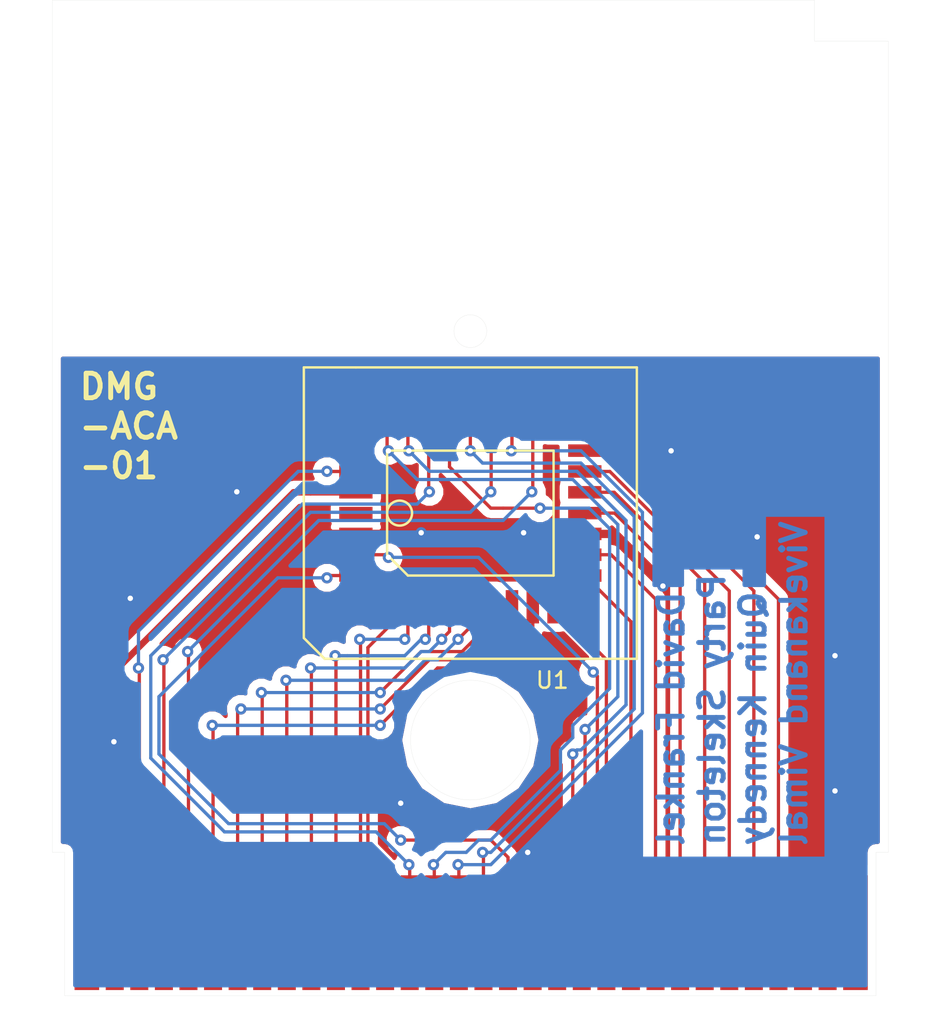
<source format=kicad_pcb>
(kicad_pcb (version 4) (host pcbnew 4.0.4+e1-6308~48~ubuntu16.04.1-stable)

  (general
    (links 30)
    (no_connects 0)
    (area 150.994999 100.994999 202.005001 161.755001)
    (thickness 0.8)
    (drawings 21)
    (tracks 275)
    (zones 0)
    (modules 2)
    (nets 35)
  )

  (page USLetter)
  (title_block
    (title "Basic Gameboy Flash Cartridge")
  )

  (layers
    (0 F.Cu signal)
    (31 B.Cu signal)
    (36 B.SilkS user)
    (37 F.SilkS user)
    (38 B.Mask user)
    (39 F.Mask user)
    (44 Edge.Cuts user)
  )

  (setup
    (last_trace_width 0.2)
    (user_trace_width 0.2)
    (user_trace_width 0.4)
    (trace_clearance 0.2)
    (zone_clearance 0.508)
    (zone_45_only no)
    (trace_min 0.1524)
    (segment_width 0.2)
    (edge_width 0.01)
    (via_size 0.6858)
    (via_drill 0.3302)
    (via_min_size 0.6858)
    (via_min_drill 0.3302)
    (uvia_size 0.762)
    (uvia_drill 0.508)
    (uvias_allowed no)
    (uvia_min_size 0)
    (uvia_min_drill 0)
    (pcb_text_width 0.3)
    (pcb_text_size 1.5 1.5)
    (mod_edge_width 0.15)
    (mod_text_size 1 1)
    (mod_text_width 0.15)
    (pad_size 1.524 1.524)
    (pad_drill 0.762)
    (pad_to_mask_clearance 0.2)
    (aux_axis_origin 0 0)
    (visible_elements FFFFFF7F)
    (pcbplotparams
      (layerselection 0x00030_80000001)
      (usegerberextensions false)
      (excludeedgelayer true)
      (linewidth 0.100000)
      (plotframeref false)
      (viasonmask false)
      (mode 1)
      (useauxorigin false)
      (hpglpennumber 1)
      (hpglpenspeed 20)
      (hpglpendiameter 15)
      (hpglpenoverlay 2)
      (psnegative false)
      (psa4output false)
      (plotreference true)
      (plotvalue true)
      (plotinvisibletext false)
      (padsonsilk false)
      (subtractmaskfromsilk false)
      (outputformat 1)
      (mirror false)
      (drillshape 1)
      (scaleselection 1)
      (outputdirectory ""))
  )

  (net 0 "")
  (net 1 "Net-(U1-Pad1)")
  (net 2 GND)
  (net 3 "Net-(P1-Pad21)")
  (net 4 "Net-(P1-Pad18)")
  (net 5 "Net-(P1-Pad13)")
  (net 6 "Net-(P1-Pad12)")
  (net 7 "Net-(P1-Pad11)")
  (net 8 "Net-(P1-Pad10)")
  (net 9 "Net-(P1-Pad9)")
  (net 10 "Net-(P1-Pad8)")
  (net 11 "Net-(P1-Pad7)")
  (net 12 "Net-(P1-Pad6)")
  (net 13 "Net-(P1-Pad22)")
  (net 14 "Net-(P1-Pad23)")
  (net 15 "Net-(P1-Pad24)")
  (net 16 "Net-(P1-Pad25)")
  (net 17 "Net-(P1-Pad26)")
  (net 18 "Net-(P1-Pad27)")
  (net 19 "Net-(P1-Pad28)")
  (net 20 "Net-(P1-Pad29)")
  (net 21 "Net-(P1-Pad5)")
  (net 22 "Net-(P1-Pad16)")
  (net 23 "Net-(P1-Pad4)")
  (net 24 "Net-(P1-Pad17)")
  (net 25 "Net-(P1-Pad15)")
  (net 26 "Net-(P1-Pad14)")
  (net 27 "Net-(P1-Pad19)")
  (net 28 "Net-(P1-Pad20)")
  (net 29 "Net-(U1-Pad30)")
  (net 30 "Net-(P1-Pad3)")
  (net 31 VCC)
  (net 32 "Net-(P1-Pad2)")
  (net 33 "Net-(P1-Pad30)")
  (net 34 "Net-(P1-Pad31)")

  (net_class Default "This is the default net class."
    (clearance 0.2)
    (trace_width 0.2)
    (via_dia 0.6858)
    (via_drill 0.3302)
    (uvia_dia 0.762)
    (uvia_drill 0.508)
    (add_net GND)
    (add_net "Net-(P1-Pad10)")
    (add_net "Net-(P1-Pad11)")
    (add_net "Net-(P1-Pad12)")
    (add_net "Net-(P1-Pad13)")
    (add_net "Net-(P1-Pad14)")
    (add_net "Net-(P1-Pad15)")
    (add_net "Net-(P1-Pad16)")
    (add_net "Net-(P1-Pad17)")
    (add_net "Net-(P1-Pad18)")
    (add_net "Net-(P1-Pad19)")
    (add_net "Net-(P1-Pad2)")
    (add_net "Net-(P1-Pad20)")
    (add_net "Net-(P1-Pad21)")
    (add_net "Net-(P1-Pad22)")
    (add_net "Net-(P1-Pad23)")
    (add_net "Net-(P1-Pad24)")
    (add_net "Net-(P1-Pad25)")
    (add_net "Net-(P1-Pad26)")
    (add_net "Net-(P1-Pad27)")
    (add_net "Net-(P1-Pad28)")
    (add_net "Net-(P1-Pad29)")
    (add_net "Net-(P1-Pad3)")
    (add_net "Net-(P1-Pad30)")
    (add_net "Net-(P1-Pad31)")
    (add_net "Net-(P1-Pad4)")
    (add_net "Net-(P1-Pad5)")
    (add_net "Net-(P1-Pad6)")
    (add_net "Net-(P1-Pad7)")
    (add_net "Net-(P1-Pad8)")
    (add_net "Net-(P1-Pad9)")
    (add_net "Net-(U1-Pad1)")
    (add_net "Net-(U1-Pad30)")
    (add_net VCC)
  )

  (module SMD_Packages:PLCC-32 (layer F.Cu) (tedit 583CF8D4) (tstamp 583CC09B)
    (at 176.5 132.3 90)
    (descr "Support CMS Plcc 32 pins")
    (tags "CMS Plcc")
    (path /583CAA1B)
    (attr smd)
    (fp_text reference U1 (at -10.2 5 180) (layer F.SilkS)
      (effects (font (size 1 1) (thickness 0.15)))
    )
    (fp_text value SST39SF010 (at 10.3 -5.75 180) (layer F.Fab)
      (effects (font (size 1 1) (thickness 0.15)))
    )
    (fp_circle (center 0 -4.318) (end 0 -5.08) (layer F.SilkS) (width 0.15))
    (fp_line (start 3.81 -5.08) (end -2.54 -5.08) (layer F.SilkS) (width 0.15))
    (fp_line (start -2.54 -5.08) (end -3.81 -3.81) (layer F.SilkS) (width 0.15))
    (fp_line (start -3.81 -3.81) (end -3.81 5.08) (layer F.SilkS) (width 0.15))
    (fp_line (start -3.81 5.08) (end 3.81 5.08) (layer F.SilkS) (width 0.15))
    (fp_line (start 3.81 5.08) (end 3.81 -5.08) (layer F.SilkS) (width 0.15))
    (fp_line (start 8.89 -6.985) (end 8.89 10.16) (layer F.SilkS) (width 0.15))
    (fp_line (start 8.89 10.16) (end -8.89 10.16) (layer F.SilkS) (width 0.15))
    (fp_line (start -8.89 10.16) (end -8.89 -8.89) (layer F.SilkS) (width 0.15))
    (fp_line (start -8.89 -8.89) (end -7.62 -10.16) (layer F.SilkS) (width 0.15))
    (fp_line (start -7.62 -10.16) (end 8.89 -10.16) (layer F.SilkS) (width 0.15))
    (fp_line (start 8.89 -10.16) (end 8.89 -6.985) (layer F.SilkS) (width 0.15))
    (pad 1 smd rect (at 0 -6.985 90) (size 0.762 2.032) (layers F.Cu F.Mask)
      (net 1 "Net-(U1-Pad1)"))
    (pad 2 smd rect (at -1.27 -6.985 90) (size 0.762 2.032) (layers F.Cu F.Mask)
      (net 2 GND))
    (pad 3 smd rect (at -2.54 -6.985 90) (size 0.762 2.032) (layers F.Cu F.Mask)
      (net 3 "Net-(P1-Pad21)"))
    (pad 4 smd rect (at -3.81 -6.985 90) (size 0.762 2.032) (layers F.Cu F.Mask)
      (net 4 "Net-(P1-Pad18)"))
    (pad 5 smd rect (at -5.715 -5.08 90) (size 2.032 0.762) (layers F.Cu F.Mask)
      (net 5 "Net-(P1-Pad13)"))
    (pad 6 smd rect (at -5.715 -3.81 90) (size 2.032 0.762) (layers F.Cu F.Mask)
      (net 6 "Net-(P1-Pad12)"))
    (pad 7 smd rect (at -5.715 -2.54 90) (size 2.032 0.762) (layers F.Cu F.Mask)
      (net 7 "Net-(P1-Pad11)"))
    (pad 8 smd rect (at -5.715 -1.27 90) (size 2.032 0.762) (layers F.Cu F.Mask)
      (net 8 "Net-(P1-Pad10)"))
    (pad 9 smd rect (at -5.715 0 90) (size 2.032 0.762) (layers F.Cu F.Mask)
      (net 9 "Net-(P1-Pad9)"))
    (pad 10 smd rect (at -5.715 1.27 90) (size 2.032 0.762) (layers F.Cu F.Mask)
      (net 10 "Net-(P1-Pad8)"))
    (pad 11 smd rect (at -5.715 2.54 90) (size 2.032 0.762) (layers F.Cu F.Mask)
      (net 11 "Net-(P1-Pad7)"))
    (pad 12 smd rect (at -5.715 3.81 90) (size 2.032 0.762) (layers F.Cu F.Mask)
      (net 12 "Net-(P1-Pad6)"))
    (pad 13 smd rect (at -5.715 5.08 90) (size 2.032 0.762) (layers F.Cu F.Mask)
      (net 13 "Net-(P1-Pad22)"))
    (pad 14 smd rect (at -3.81 6.985 90) (size 0.762 2.032) (layers F.Cu F.Mask)
      (net 14 "Net-(P1-Pad23)"))
    (pad 15 smd rect (at -2.54 6.985 90) (size 0.762 2.032) (layers F.Cu F.Mask)
      (net 15 "Net-(P1-Pad24)"))
    (pad 16 smd rect (at -1.27 6.985 90) (size 0.762 2.032) (layers F.Cu F.Mask)
      (net 2 GND))
    (pad 17 smd rect (at 0 6.985 90) (size 0.762 2.032) (layers F.Cu F.Mask)
      (net 16 "Net-(P1-Pad25)"))
    (pad 18 smd rect (at 1.27 6.985 90) (size 0.762 2.032) (layers F.Cu F.Mask)
      (net 17 "Net-(P1-Pad26)"))
    (pad 19 smd rect (at 2.54 6.985 90) (size 0.762 2.032) (layers F.Cu F.Mask)
      (net 18 "Net-(P1-Pad27)"))
    (pad 20 smd rect (at 3.81 6.985 90) (size 0.762 2.032) (layers F.Cu F.Mask)
      (net 19 "Net-(P1-Pad28)"))
    (pad 21 smd rect (at 5.715 5.08 90) (size 2.032 0.762) (layers F.Cu F.Mask)
      (net 20 "Net-(P1-Pad29)"))
    (pad 22 smd rect (at 5.715 3.81 90) (size 2.032 0.762) (layers F.Cu F.Mask)
      (net 21 "Net-(P1-Pad5)"))
    (pad 23 smd rect (at 5.715 2.54 90) (size 2.032 0.762) (layers F.Cu F.Mask)
      (net 22 "Net-(P1-Pad16)"))
    (pad 24 smd rect (at 5.715 1.27 90) (size 2.032 0.762) (layers F.Cu F.Mask)
      (net 23 "Net-(P1-Pad4)"))
    (pad 25 smd rect (at 5.715 0 90) (size 2.032 0.762) (layers F.Cu F.Mask)
      (net 24 "Net-(P1-Pad17)"))
    (pad 26 smd rect (at 5.715 -1.27 90) (size 2.032 0.762) (layers F.Cu F.Mask)
      (net 25 "Net-(P1-Pad15)"))
    (pad 27 smd rect (at 5.715 -2.54 90) (size 2.032 0.762) (layers F.Cu F.Mask)
      (net 26 "Net-(P1-Pad14)"))
    (pad 28 smd rect (at 5.715 -3.81 90) (size 2.032 0.762) (layers F.Cu F.Mask)
      (net 27 "Net-(P1-Pad19)"))
    (pad 29 smd rect (at 5.715 -5.08 90) (size 2.032 0.762) (layers F.Cu F.Mask)
      (net 28 "Net-(P1-Pad20)"))
    (pad 30 smd rect (at 3.81 -6.985 90) (size 0.762 2.032) (layers F.Cu F.Mask)
      (net 29 "Net-(U1-Pad30)"))
    (pad 31 smd rect (at 2.54 -6.985 90) (size 0.762 2.032) (layers F.Cu F.Mask)
      (net 30 "Net-(P1-Pad3)"))
    (pad 32 smd rect (at 1.27 -6.985 90) (size 0.762 2.032) (layers F.Cu F.Mask)
      (net 31 VCC))
  )

  (module edge_connectors:GamePak_32 (layer F.Cu) (tedit 583DE7F5) (tstamp 583CD179)
    (at 176.55 157.9)
    (path /583CAB62)
    (fp_text reference P1 (at 0 -4.65) (layer F.SilkS) hide
      (effects (font (size 1.2 1.2) (thickness 0.15)))
    )
    (fp_text value CONN_01X32 (at 0 6) (layer F.Fab) hide
      (effects (font (size 1.2 1.2) (thickness 0.15)))
    )
    (fp_line (start -25 0.5) (end 25 0.5) (layer F.Mask) (width 7.5))
    (pad 1 connect rect (at -23.45 0) (size 1.5 7) (layers F.Cu)
      (net 31 VCC))
    (pad 2 connect rect (at -21.75 0) (size 1.1 7) (layers F.Cu)
      (net 32 "Net-(P1-Pad2)"))
    (pad 3 connect rect (at -20.25 0) (size 1.1 7) (layers F.Cu)
      (net 30 "Net-(P1-Pad3)"))
    (pad 4 connect rect (at -18.75 0) (size 1.1 7) (layers F.Cu)
      (net 23 "Net-(P1-Pad4)"))
    (pad 5 connect rect (at -17.25 0) (size 1.1 7) (layers F.Cu)
      (net 21 "Net-(P1-Pad5)"))
    (pad 6 connect rect (at -15.75 0) (size 1.1 7) (layers F.Cu)
      (net 12 "Net-(P1-Pad6)"))
    (pad 7 connect rect (at -14.25 0) (size 1.1 7) (layers F.Cu)
      (net 11 "Net-(P1-Pad7)"))
    (pad 8 connect rect (at -12.75 0) (size 1.1 7) (layers F.Cu)
      (net 10 "Net-(P1-Pad8)"))
    (pad 9 connect rect (at -11.25 0) (size 1.1 7) (layers F.Cu)
      (net 9 "Net-(P1-Pad9)"))
    (pad 10 connect rect (at -9.75 0) (size 1.1 7) (layers F.Cu)
      (net 8 "Net-(P1-Pad10)"))
    (pad 11 connect rect (at -8.25 0) (size 1.1 7) (layers F.Cu)
      (net 7 "Net-(P1-Pad11)"))
    (pad 12 connect rect (at -6.75 0) (size 1.1 7) (layers F.Cu)
      (net 6 "Net-(P1-Pad12)"))
    (pad 13 connect rect (at -5.25 0) (size 1.1 7) (layers F.Cu)
      (net 5 "Net-(P1-Pad13)"))
    (pad 14 connect rect (at -3.75 0) (size 1.1 7) (layers F.Cu)
      (net 26 "Net-(P1-Pad14)"))
    (pad 15 connect rect (at -2.25 0) (size 1.1 7) (layers F.Cu)
      (net 25 "Net-(P1-Pad15)"))
    (pad 16 connect rect (at -0.75 0) (size 1.1 7) (layers F.Cu)
      (net 22 "Net-(P1-Pad16)"))
    (pad 17 connect rect (at 0.75 0) (size 1.1 7) (layers F.Cu)
      (net 24 "Net-(P1-Pad17)"))
    (pad 18 connect rect (at 2.25 0) (size 1.1 7) (layers F.Cu)
      (net 4 "Net-(P1-Pad18)"))
    (pad 19 connect rect (at 3.75 0) (size 1.1 7) (layers F.Cu)
      (net 27 "Net-(P1-Pad19)"))
    (pad 20 connect rect (at 5.25 0) (size 1.1 7) (layers F.Cu)
      (net 28 "Net-(P1-Pad20)"))
    (pad 21 connect rect (at 6.75 0) (size 1.1 7) (layers F.Cu)
      (net 3 "Net-(P1-Pad21)"))
    (pad 22 connect rect (at 8.25 0) (size 1.1 7) (layers F.Cu)
      (net 13 "Net-(P1-Pad22)"))
    (pad 23 connect rect (at 9.75 0) (size 1.1 7) (layers F.Cu)
      (net 14 "Net-(P1-Pad23)"))
    (pad 24 connect rect (at 11.25 0) (size 1.1 7) (layers F.Cu)
      (net 15 "Net-(P1-Pad24)"))
    (pad 25 connect rect (at 12.75 0) (size 1.1 7) (layers F.Cu)
      (net 16 "Net-(P1-Pad25)"))
    (pad 26 connect rect (at 14.25 0) (size 1.1 7) (layers F.Cu)
      (net 17 "Net-(P1-Pad26)"))
    (pad 27 connect rect (at 15.75 0) (size 1.1 7) (layers F.Cu)
      (net 18 "Net-(P1-Pad27)"))
    (pad 28 connect rect (at 17.25 0) (size 1.1 7) (layers F.Cu)
      (net 19 "Net-(P1-Pad28)"))
    (pad 29 connect rect (at 18.75 0) (size 1.1 7) (layers F.Cu)
      (net 20 "Net-(P1-Pad29)"))
    (pad 30 connect rect (at 20.25 0) (size 1.1 7) (layers F.Cu)
      (net 33 "Net-(P1-Pad30)"))
    (pad 31 connect rect (at 21.75 0) (size 1.1 7) (layers F.Cu)
      (net 34 "Net-(P1-Pad31)"))
    (pad 32 connect rect (at 23.45 0) (size 1.5 7) (layers F.Cu)
      (net 2 GND))
  )

  (gr_text "David Frankel" (at 188.75 152.75 90) (layer B.Mask)
    (effects (font (size 1.5 1.5) (thickness 0.3)) (justify right mirror))
  )
  (gr_text "Party Skeleton" (at 191.25 152.75 90) (layer B.Mask)
    (effects (font (size 1.5 1.5) (thickness 0.3)) (justify right mirror))
  )
  (gr_text "Quin Kennedy" (at 193.75 152.75 90) (layer B.Mask)
    (effects (font (size 1.5 1.5) (thickness 0.3)) (justify right mirror))
  )
  (gr_text "Vivekanand Vimal" (at 196.25 152.75 90) (layer B.Mask)
    (effects (font (size 1.5 1.5) (thickness 0.3)) (justify right mirror))
  )
  (gr_text "David Frankel" (at 188.75 152.75 90) (layer B.Cu)
    (effects (font (size 1.5 1.5) (thickness 0.3)) (justify right mirror))
  )
  (gr_text "Party Skeleton" (at 191.25 152.75 90) (layer B.Cu)
    (effects (font (size 1.5 1.5) (thickness 0.3)) (justify right mirror))
  )
  (gr_text "Quin Kennedy" (at 193.75 152.75 90) (layer B.Cu)
    (effects (font (size 1.5 1.5) (thickness 0.3)) (justify right mirror))
  )
  (gr_text "Vivekanand Vimal" (at 196.25 152.75 90) (layer B.Cu)
    (effects (font (size 1.5 1.5) (thickness 0.3)) (justify right mirror))
  )
  (gr_text "DMG\n-ACA\n-01" (at 152.5 127) (layer F.SilkS)
    (effects (font (size 1.5 1.5) (thickness 0.3)) (justify left))
  )
  (gr_circle (center 176.5 146.15) (end 180.15 146.15) (layer Edge.Cuts) (width 0.01))
  (gr_circle (center 176.5 121.2) (end 177.5 121.2) (layer Edge.Cuts) (width 0.01))
  (gr_line (start 151 153) (end 151 101) (angle 90) (layer Edge.Cuts) (width 0.01))
  (gr_line (start 151.75 153) (end 151 153) (angle 90) (layer Edge.Cuts) (width 0.01))
  (gr_line (start 151.75 161.75) (end 151.75 153) (angle 90) (layer Edge.Cuts) (width 0.01))
  (gr_line (start 201.25 161.75) (end 151.75 161.75) (angle 90) (layer Edge.Cuts) (width 0.01))
  (gr_line (start 201.25 153) (end 201.25 161.75) (angle 90) (layer Edge.Cuts) (width 0.01))
  (gr_line (start 202 153) (end 201.25 153) (angle 90) (layer Edge.Cuts) (width 0.01))
  (gr_line (start 202 103.5) (end 202 153) (angle 90) (layer Edge.Cuts) (width 0.01))
  (gr_line (start 197.5 103.5) (end 202 103.5) (angle 90) (layer Edge.Cuts) (width 0.01))
  (gr_line (start 197.5 101) (end 197.5 103.5) (angle 90) (layer Edge.Cuts) (width 0.01))
  (gr_line (start 151 101) (end 197.5 101) (angle 90) (layer Edge.Cuts) (width 0.01))

  (segment (start 198.75 151.75) (end 198.75 155) (width 0.2) (layer B.Cu) (net 2))
  (via (at 180 153) (size 0.6858) (drill 0.3302) (layers F.Cu B.Cu) (net 2))
  (segment (start 180 153) (end 178.25 151.25) (width 0.2) (layer F.Cu) (net 2) (tstamp 583CF0CA))
  (segment (start 178.25 151.25) (end 173.5 151.25) (width 0.2) (layer F.Cu) (net 2) (tstamp 583CF0CB))
  (segment (start 172.25 150) (end 173.5 151.25) (width 0.2) (layer F.Cu) (net 2) (tstamp 583CF0D4))
  (via (at 172.25 150) (size 0.6858) (drill 0.3302) (layers F.Cu B.Cu) (net 2))
  (segment (start 198.75 151.75) (end 198.75 149.25) (width 0.2) (layer B.Cu) (net 2))
  (segment (start 182.25 155.25) (end 180 153) (width 0.2) (layer B.Cu) (net 2) (tstamp 583DA539))
  (segment (start 198.5 155.25) (end 182.25 155.25) (width 0.2) (layer B.Cu) (net 2) (tstamp 583DA532))
  (segment (start 198.75 155) (end 198.5 155.25) (width 0.2) (layer B.Cu) (net 2) (tstamp 583DA528))
  (segment (start 179.75 133.5) (end 173.5 133.5) (width 0.2) (layer B.Cu) (net 2))
  (segment (start 173.43 133.57) (end 169.515 133.57) (width 0.2) (layer F.Cu) (net 2) (tstamp 583CF213))
  (segment (start 173.5 133.5) (end 173.43 133.57) (width 0.2) (layer F.Cu) (net 2) (tstamp 583CF212))
  (via (at 173.5 133.5) (size 0.6858) (drill 0.3302) (layers F.Cu B.Cu) (net 2))
  (segment (start 183.485 133.57) (end 179.82 133.57) (width 0.2) (layer F.Cu) (net 2))
  (via (at 179.75 133.5) (size 0.6858) (drill 0.3302) (layers F.Cu B.Cu) (net 2))
  (segment (start 179.82 133.57) (end 179.75 133.5) (width 0.2) (layer F.Cu) (net 2) (tstamp 583CF1E8))
  (segment (start 194 133.75) (end 191.25 133.75) (width 0.2) (layer B.Cu) (net 2))
  (via (at 188.25 136.75) (size 0.6858) (drill 0.3302) (layers F.Cu B.Cu) (net 2))
  (segment (start 191.25 133.75) (end 188.25 136.75) (width 0.2) (layer B.Cu) (net 2) (tstamp 583CF15C))
  (segment (start 155.75 137.5) (end 155.75 137.75) (width 0.2) (layer B.Cu) (net 2))
  (segment (start 200 150.5) (end 198.75 149.25) (width 0.2) (layer F.Cu) (net 2) (tstamp 583CF033))
  (via (at 198.75 149.25) (size 0.6858) (drill 0.3302) (layers F.Cu B.Cu) (net 2))
  (segment (start 198.75 149.25) (end 198.75 141) (width 0.2) (layer B.Cu) (net 2) (tstamp 583CF039))
  (via (at 198.75 141) (size 0.6858) (drill 0.3302) (layers F.Cu B.Cu) (net 2))
  (segment (start 198.75 141) (end 198.75 139) (width 0.2) (layer F.Cu) (net 2) (tstamp 583CF03C))
  (segment (start 198.75 139) (end 194 134.25) (width 0.2) (layer F.Cu) (net 2) (tstamp 583CF03D))
  (segment (start 194 134.25) (end 194 133.75) (width 0.2) (layer F.Cu) (net 2) (tstamp 583CF068))
  (via (at 194 133.75) (size 0.6858) (drill 0.3302) (layers F.Cu B.Cu) (net 2))
  (segment (start 194 133.75) (end 188.75 128.5) (width 0.2) (layer B.Cu) (net 2) (tstamp 583CF06F))
  (via (at 188.75 128.5) (size 0.6858) (drill 0.3302) (layers F.Cu B.Cu) (net 2))
  (segment (start 188.75 128.5) (end 184.75 124.5) (width 0.2) (layer F.Cu) (net 2) (tstamp 583CF075))
  (segment (start 184.75 124.5) (end 168.75 124.5) (width 0.2) (layer F.Cu) (net 2) (tstamp 583CF076))
  (segment (start 168.75 124.5) (end 162.25 131) (width 0.2) (layer F.Cu) (net 2) (tstamp 583CF07E))
  (via (at 162.25 131) (size 0.6858) (drill 0.3302) (layers F.Cu B.Cu) (net 2))
  (segment (start 162.25 131) (end 155.75 137.5) (width 0.2) (layer B.Cu) (net 2) (tstamp 583CF083))
  (via (at 155.75 137.5) (size 0.6858) (drill 0.3302) (layers F.Cu B.Cu) (net 2))
  (segment (start 200 157.9) (end 200 150.5) (width 0.2) (layer F.Cu) (net 2))
  (via (at 154.75 146.25) (size 0.6858) (drill 0.3302) (layers F.Cu B.Cu) (net 2))
  (segment (start 154.75 138.75) (end 154.75 146.25) (width 0.2) (layer B.Cu) (net 2) (tstamp 583CF09B))
  (segment (start 155.75 137.75) (end 154.75 138.75) (width 0.2) (layer B.Cu) (net 2) (tstamp 583CF097))
  (segment (start 183.3 157.9) (end 183.3 153.7) (width 0.2) (layer F.Cu) (net 3))
  (segment (start 171.34 134.84) (end 169.515 134.84) (width 0.2) (layer F.Cu) (net 3) (tstamp 583CF5FF))
  (segment (start 171.5 135) (end 171.34 134.84) (width 0.2) (layer F.Cu) (net 3) (tstamp 583CF5FE))
  (via (at 171.5 135) (size 0.6858) (drill 0.3302) (layers F.Cu B.Cu) (net 3))
  (segment (start 177 135) (end 171.5 135) (width 0.2) (layer B.Cu) (net 3) (tstamp 583CF5F0))
  (segment (start 184 142) (end 177 135) (width 0.2) (layer B.Cu) (net 3) (tstamp 583CF5EF))
  (via (at 184 142) (size 0.6858) (drill 0.3302) (layers F.Cu B.Cu) (net 3))
  (segment (start 184.25 142.25) (end 184 142) (width 0.2) (layer F.Cu) (net 3) (tstamp 583CF5EB))
  (segment (start 184.25 152.75) (end 184.25 142.25) (width 0.2) (layer F.Cu) (net 3) (tstamp 583CF5E3))
  (segment (start 183.3 153.7) (end 184.25 152.75) (width 0.2) (layer F.Cu) (net 3) (tstamp 583CF5CB))
  (segment (start 157.5 146.5) (end 157.5 143.5) (width 0.2) (layer B.Cu) (net 4))
  (segment (start 178.8 153.3) (end 177.75 152.25) (width 0.2) (layer F.Cu) (net 4) (tstamp 583CE791))
  (segment (start 177.75 152.25) (end 172.25 152.25) (width 0.2) (layer F.Cu) (net 4) (tstamp 583CE797))
  (via (at 172.25 152.25) (size 0.6858) (drill 0.3302) (layers F.Cu B.Cu) (net 4))
  (segment (start 172.25 152.25) (end 171.25 151.25) (width 0.2) (layer B.Cu) (net 4) (tstamp 583CE79F))
  (segment (start 171.25 151.25) (end 161.75 151.25) (width 0.2) (layer B.Cu) (net 4) (tstamp 583CE7A0))
  (segment (start 161.75 151.25) (end 157.5 147) (width 0.2) (layer B.Cu) (net 4) (tstamp 583CE7B0))
  (segment (start 157.5 147) (end 157.5 146.5) (width 0.2) (layer B.Cu) (net 4) (tstamp 583CE7B2))
  (via (at 167.75 136.25) (size 0.6858) (drill 0.3302) (layers F.Cu B.Cu) (net 4))
  (segment (start 167.75 136.25) (end 167.89 136.11) (width 0.2) (layer F.Cu) (net 4) (tstamp 583CE7C7))
  (segment (start 169.515 136.11) (end 167.89 136.11) (width 0.2) (layer F.Cu) (net 4) (tstamp 583CE7C8))
  (segment (start 178.8 153.3) (end 178.8 157.9) (width 0.2) (layer F.Cu) (net 4))
  (segment (start 164.75 136.25) (end 167.75 136.25) (width 0.2) (layer B.Cu) (net 4) (tstamp 583CF823))
  (segment (start 157.5 143.5) (end 164.75 136.25) (width 0.2) (layer B.Cu) (net 4) (tstamp 583CF80D))
  (segment (start 171.3 157.9) (end 171.3 153.8) (width 0.2) (layer F.Cu) (net 5))
  (segment (start 171.42 139.33) (end 171.42 138.015) (width 0.2) (layer F.Cu) (net 5) (tstamp 583CDD4F))
  (segment (start 170.25 140.5) (end 171.42 139.33) (width 0.2) (layer F.Cu) (net 5) (tstamp 583CDD4C))
  (segment (start 170.25 152.75) (end 170.25 140.5) (width 0.2) (layer F.Cu) (net 5) (tstamp 583CDD44))
  (segment (start 171.3 153.8) (end 170.25 152.75) (width 0.2) (layer F.Cu) (net 5) (tstamp 583CDD3C))
  (segment (start 171.3 138.135) (end 171.42 138.015) (width 0.2) (layer F.Cu) (net 5) (tstamp 583CD98F))
  (segment (start 169.8 157.9) (end 169.8 140.05) (width 0.2) (layer F.Cu) (net 6))
  (segment (start 172.69 139.81) (end 172.69 138.015) (width 0.2) (layer F.Cu) (net 6) (tstamp 583CD9E0))
  (segment (start 172.5 140) (end 172.69 139.81) (width 0.2) (layer F.Cu) (net 6) (tstamp 583CD9DF))
  (via (at 172.5 140) (size 0.6858) (drill 0.3302) (layers F.Cu B.Cu) (net 6))
  (segment (start 169.75 140) (end 172.5 140) (width 0.2) (layer B.Cu) (net 6) (tstamp 583CD9D2))
  (via (at 169.75 140) (size 0.6858) (drill 0.3302) (layers F.Cu B.Cu) (net 6))
  (segment (start 169.8 140.05) (end 169.75 140) (width 0.2) (layer F.Cu) (net 6) (tstamp 583CD9C5))
  (segment (start 168.3 157.9) (end 168.3 141.05) (width 0.2) (layer F.Cu) (net 7))
  (segment (start 173.96 139.79) (end 173.96 138.015) (width 0.2) (layer F.Cu) (net 7) (tstamp 583CDA1E))
  (segment (start 173.75 140) (end 173.96 139.79) (width 0.2) (layer F.Cu) (net 7) (tstamp 583CDA1D))
  (via (at 173.75 140) (size 0.6858) (drill 0.3302) (layers F.Cu B.Cu) (net 7))
  (segment (start 173.5 140) (end 173.75 140) (width 0.2) (layer B.Cu) (net 7) (tstamp 583CDA13))
  (segment (start 172.5 141) (end 173.5 140) (width 0.2) (layer B.Cu) (net 7) (tstamp 583CDA08))
  (segment (start 169 141) (end 172.5 141) (width 0.2) (layer B.Cu) (net 7) (tstamp 583CDA05))
  (segment (start 168.25 141) (end 169 141) (width 0.2) (layer B.Cu) (net 7) (tstamp 583CDA04))
  (via (at 168.25 141) (size 0.6858) (drill 0.3302) (layers F.Cu B.Cu) (net 7))
  (segment (start 168.3 141.05) (end 168.25 141) (width 0.2) (layer F.Cu) (net 7) (tstamp 583CD9FC))
  (segment (start 166.8 157.9) (end 166.8 141.8) (width 0.2) (layer F.Cu) (net 8))
  (segment (start 175.23 139.52) (end 175.23 138.015) (width 0.2) (layer F.Cu) (net 8) (tstamp 583CDA41))
  (segment (start 174.75 140) (end 175.23 139.52) (width 0.2) (layer F.Cu) (net 8) (tstamp 583CDA40))
  (via (at 174.75 140) (size 0.6858) (drill 0.3302) (layers F.Cu B.Cu) (net 8))
  (segment (start 174 140.75) (end 174.75 140) (width 0.2) (layer B.Cu) (net 8) (tstamp 583CDA37))
  (segment (start 173.5 140.75) (end 174 140.75) (width 0.2) (layer B.Cu) (net 8) (tstamp 583CDA31))
  (segment (start 172.5 141.75) (end 173.5 140.75) (width 0.2) (layer B.Cu) (net 8) (tstamp 583CDA2E))
  (segment (start 172.25 141.75) (end 172.5 141.75) (width 0.2) (layer B.Cu) (net 8) (tstamp 583CDA2B))
  (segment (start 166.75 141.75) (end 172.25 141.75) (width 0.2) (layer B.Cu) (net 8) (tstamp 583CDA2A))
  (via (at 166.75 141.75) (size 0.6858) (drill 0.3302) (layers F.Cu B.Cu) (net 8))
  (segment (start 166.8 141.8) (end 166.75 141.75) (width 0.2) (layer F.Cu) (net 8) (tstamp 583CDA23))
  (segment (start 165.3 157.9) (end 165.3 142.55) (width 0.2) (layer F.Cu) (net 9))
  (segment (start 176.5 139.25) (end 176.5 138.015) (width 0.2) (layer F.Cu) (net 9) (tstamp 583CDA7F))
  (segment (start 175.75 140) (end 176.5 139.25) (width 0.2) (layer F.Cu) (net 9) (tstamp 583CDA7E))
  (via (at 175.75 140) (size 0.6858) (drill 0.3302) (layers F.Cu B.Cu) (net 9))
  (segment (start 174.5 141.25) (end 175.75 140) (width 0.2) (layer B.Cu) (net 9) (tstamp 583CDA5F))
  (segment (start 173.75 141.25) (end 174.5 141.25) (width 0.2) (layer B.Cu) (net 9) (tstamp 583CDA55))
  (segment (start 172.5 142.5) (end 173.75 141.25) (width 0.2) (layer B.Cu) (net 9) (tstamp 583CDA52))
  (segment (start 165.25 142.5) (end 172.5 142.5) (width 0.2) (layer B.Cu) (net 9) (tstamp 583CDA51))
  (via (at 165.25 142.5) (size 0.6858) (drill 0.3302) (layers F.Cu B.Cu) (net 9))
  (segment (start 165.3 142.55) (end 165.25 142.5) (width 0.2) (layer F.Cu) (net 9) (tstamp 583CDA48))
  (segment (start 177.77 138.015) (end 177.77 138.98) (width 0.2) (layer F.Cu) (net 10))
  (segment (start 177.77 138.98) (end 176 140.75) (width 0.2) (layer F.Cu) (net 10) (tstamp 583CDFA5))
  (segment (start 176 140.75) (end 173.5 140.75) (width 0.2) (layer F.Cu) (net 10) (tstamp 583CDFAA))
  (segment (start 173.5 140.75) (end 171 143.25) (width 0.2) (layer F.Cu) (net 10) (tstamp 583CDFAF))
  (via (at 171 143.25) (size 0.6858) (drill 0.3302) (layers F.Cu B.Cu) (net 10))
  (segment (start 163.8 157.9) (end 163.8 143.3) (width 0.2) (layer F.Cu) (net 10))
  (segment (start 163.8 143.3) (end 163.75 143.25) (width 0.2) (layer F.Cu) (net 10) (tstamp 583CDA8E))
  (via (at 163.75 143.25) (size 0.6858) (drill 0.3302) (layers F.Cu B.Cu) (net 10))
  (segment (start 163.75 143.25) (end 171 143.25) (width 0.2) (layer B.Cu) (net 10) (tstamp 583CDA97))
  (segment (start 162.3 157.9) (end 162.3 144.45) (width 0.2) (layer F.Cu) (net 11))
  (segment (start 179 139.25) (end 179 138.055) (width 0.2) (layer F.Cu) (net 11) (tstamp 583CDB11))
  (segment (start 178.25 140) (end 179 139.25) (width 0.2) (layer F.Cu) (net 11) (tstamp 583CDB10))
  (segment (start 177 141.25) (end 178.25 140) (width 0.2) (layer F.Cu) (net 11) (tstamp 583CDB06))
  (segment (start 174 141.25) (end 177 141.25) (width 0.2) (layer F.Cu) (net 11) (tstamp 583CDAFE))
  (segment (start 171 144.25) (end 174 141.25) (width 0.2) (layer F.Cu) (net 11) (tstamp 583CDAFD))
  (via (at 171 144.25) (size 0.6858) (drill 0.3302) (layers F.Cu B.Cu) (net 11))
  (segment (start 162.5 144.25) (end 171 144.25) (width 0.2) (layer B.Cu) (net 11) (tstamp 583CDAE9))
  (via (at 162.5 144.25) (size 0.6858) (drill 0.3302) (layers F.Cu B.Cu) (net 11))
  (segment (start 162.3 144.45) (end 162.5 144.25) (width 0.2) (layer F.Cu) (net 11) (tstamp 583CDAE5))
  (segment (start 179 138.055) (end 179.04 138.015) (width 0.2) (layer F.Cu) (net 11) (tstamp 583CDB17))
  (segment (start 160.8 157.9) (end 160.8 145.3) (width 0.2) (layer F.Cu) (net 12))
  (segment (start 180.31 139.44) (end 180.31 138.015) (width 0.2) (layer F.Cu) (net 12) (tstamp 583CDB45))
  (segment (start 178 141.75) (end 180.31 139.44) (width 0.2) (layer F.Cu) (net 12) (tstamp 583CDB3F))
  (segment (start 174.5 141.75) (end 178 141.75) (width 0.2) (layer F.Cu) (net 12) (tstamp 583CDB35))
  (segment (start 171 145.25) (end 174.5 141.75) (width 0.2) (layer F.Cu) (net 12) (tstamp 583CDB34))
  (via (at 171 145.25) (size 0.6858) (drill 0.3302) (layers F.Cu B.Cu) (net 12))
  (segment (start 160.75 145.25) (end 171 145.25) (width 0.2) (layer B.Cu) (net 12) (tstamp 583CDB2A))
  (via (at 160.75 145.25) (size 0.6858) (drill 0.3302) (layers F.Cu B.Cu) (net 12))
  (segment (start 160.8 145.3) (end 160.75 145.25) (width 0.2) (layer F.Cu) (net 12) (tstamp 583CDB1D))
  (segment (start 184.8 157.9) (end 184.8 141.235) (width 0.2) (layer F.Cu) (net 13))
  (segment (start 184.8 141.235) (end 181.58 138.015) (width 0.2) (layer F.Cu) (net 13) (tstamp 583CD655))
  (segment (start 186.3 157.9) (end 186.3 138.925) (width 0.2) (layer F.Cu) (net 14))
  (segment (start 186.3 138.925) (end 183.485 136.11) (width 0.2) (layer F.Cu) (net 14) (tstamp 583CD67E))
  (segment (start 187.8 157.9) (end 187.8 137.55) (width 0.2) (layer F.Cu) (net 15))
  (segment (start 185.09 134.84) (end 183.485 134.84) (width 0.2) (layer F.Cu) (net 15) (tstamp 583CD68D))
  (segment (start 187.8 137.55) (end 185.09 134.84) (width 0.2) (layer F.Cu) (net 15) (tstamp 583CD685))
  (segment (start 189.3 157.9) (end 189.3 136.3) (width 0.2) (layer F.Cu) (net 16))
  (segment (start 185.3 132.3) (end 183.485 132.3) (width 0.2) (layer F.Cu) (net 16) (tstamp 583CD6A7))
  (segment (start 189.3 136.3) (end 185.3 132.3) (width 0.2) (layer F.Cu) (net 16) (tstamp 583CD693))
  (segment (start 190.8 157.9) (end 190.8 136.55) (width 0.2) (layer F.Cu) (net 17))
  (segment (start 185.28 131.03) (end 183.485 131.03) (width 0.2) (layer F.Cu) (net 17) (tstamp 583CD6B7))
  (segment (start 190.8 136.55) (end 185.28 131.03) (width 0.2) (layer F.Cu) (net 17) (tstamp 583CD6AB))
  (segment (start 192.3 157.9) (end 192.3 137.05) (width 0.2) (layer F.Cu) (net 18))
  (segment (start 185.01 129.76) (end 183.485 129.76) (width 0.2) (layer F.Cu) (net 18) (tstamp 583CD6C0))
  (segment (start 192.3 137.05) (end 185.01 129.76) (width 0.2) (layer F.Cu) (net 18) (tstamp 583CD6BB))
  (segment (start 193.8 157.9) (end 193.8 137.05) (width 0.2) (layer F.Cu) (net 19))
  (segment (start 185.24 128.49) (end 183.485 128.49) (width 0.2) (layer F.Cu) (net 19) (tstamp 583CD6CA))
  (segment (start 193.8 137.05) (end 185.24 128.49) (width 0.2) (layer F.Cu) (net 19) (tstamp 583CD6C4))
  (segment (start 195.3 157.9) (end 195.3 137.55) (width 0.2) (layer F.Cu) (net 20))
  (segment (start 184.335 126.585) (end 181.58 126.585) (width 0.2) (layer F.Cu) (net 20) (tstamp 583CD6E3))
  (segment (start 195.3 137.55) (end 184.335 126.585) (width 0.2) (layer F.Cu) (net 20) (tstamp 583CD6CE))
  (segment (start 159.3 157.9) (end 159.3 140.7) (width 0.2) (layer F.Cu) (net 21))
  (segment (start 180.31 130.94) (end 180.31 126.585) (width 0.2) (layer F.Cu) (net 21) (tstamp 583CE190))
  (segment (start 180.25 131) (end 180.31 130.94) (width 0.2) (layer F.Cu) (net 21) (tstamp 583CE18F))
  (via (at 180.25 131) (size 0.6858) (drill 0.3302) (layers F.Cu B.Cu) (net 21))
  (segment (start 178.5 132.75) (end 180.25 131) (width 0.2) (layer B.Cu) (net 21) (tstamp 583CE184))
  (segment (start 167.25 132.75) (end 178.5 132.75) (width 0.2) (layer B.Cu) (net 21) (tstamp 583CE176))
  (segment (start 159.25 140.75) (end 167.25 132.75) (width 0.2) (layer B.Cu) (net 21) (tstamp 583CE175))
  (via (at 159.25 140.75) (size 0.6858) (drill 0.3302) (layers F.Cu B.Cu) (net 21))
  (segment (start 159.3 140.7) (end 159.25 140.75) (width 0.2) (layer F.Cu) (net 21) (tstamp 583CE12A))
  (segment (start 175.8 157.9) (end 175.8 153.8) (width 0.2) (layer F.Cu) (net 22))
  (segment (start 179.04 128.46) (end 179.04 126.585) (width 0.2) (layer F.Cu) (net 22) (tstamp 583CD932))
  (segment (start 179 128.5) (end 179.04 128.46) (width 0.2) (layer F.Cu) (net 22) (tstamp 583CD931))
  (via (at 179 128.5) (size 0.6858) (drill 0.3302) (layers F.Cu B.Cu) (net 22))
  (segment (start 179 128.5) (end 179 128.5) (width 0.2) (layer B.Cu) (net 22) (tstamp 583CD92A))
  (segment (start 183.25 128.5) (end 179 128.5) (width 0.2) (layer B.Cu) (net 22) (tstamp 583CD925))
  (segment (start 187 132.25) (end 183.25 128.5) (width 0.2) (layer B.Cu) (net 22) (tstamp 583CD920))
  (segment (start 187 144.5) (end 187 132.25) (width 0.2) (layer B.Cu) (net 22) (tstamp 583CD912))
  (segment (start 177.75 153.75) (end 187 144.5) (width 0.2) (layer B.Cu) (net 22) (tstamp 583CD90F))
  (segment (start 175.75 153.75) (end 177.75 153.75) (width 0.2) (layer B.Cu) (net 22) (tstamp 583CD90E))
  (via (at 175.75 153.75) (size 0.6858) (drill 0.3302) (layers F.Cu B.Cu) (net 22))
  (segment (start 175.8 153.8) (end 175.75 153.75) (width 0.2) (layer F.Cu) (net 22) (tstamp 583CD8E1))
  (segment (start 157.8 157.9) (end 157.8 141.2) (width 0.2) (layer F.Cu) (net 23))
  (segment (start 177.77 130.98) (end 177.77 126.585) (width 0.2) (layer F.Cu) (net 23) (tstamp 583CE1B7))
  (segment (start 177.75 131) (end 177.77 130.98) (width 0.2) (layer F.Cu) (net 23) (tstamp 583CE1B6))
  (via (at 177.75 131) (size 0.6858) (drill 0.3302) (layers F.Cu B.Cu) (net 23))
  (segment (start 176.5 132.25) (end 177.75 131) (width 0.2) (layer B.Cu) (net 23) (tstamp 583CE1AF))
  (segment (start 166.75 132.25) (end 176.5 132.25) (width 0.2) (layer B.Cu) (net 23) (tstamp 583CE1A4))
  (segment (start 157.75 141.25) (end 166.75 132.25) (width 0.2) (layer B.Cu) (net 23) (tstamp 583CE1A3))
  (via (at 157.75 141.25) (size 0.6858) (drill 0.3302) (layers F.Cu B.Cu) (net 23))
  (segment (start 157.8 141.2) (end 157.75 141.25) (width 0.2) (layer F.Cu) (net 23) (tstamp 583CE196))
  (segment (start 177.3 157.9) (end 177.3 153.05) (width 0.2) (layer F.Cu) (net 24))
  (segment (start 176.5 128.5) (end 176.5 126.585) (width 0.2) (layer F.Cu) (net 24) (tstamp 583CD8DE))
  (via (at 176.5 128.5) (size 0.6858) (drill 0.3302) (layers F.Cu B.Cu) (net 24))
  (segment (start 177.25 129.25) (end 176.5 128.5) (width 0.2) (layer B.Cu) (net 24) (tstamp 583CD8D2))
  (segment (start 183.25 129.25) (end 177.25 129.25) (width 0.2) (layer B.Cu) (net 24) (tstamp 583CD8CE))
  (segment (start 186.5 132.5) (end 183.25 129.25) (width 0.2) (layer B.Cu) (net 24) (tstamp 583CD8CB))
  (segment (start 186.5 144.25) (end 186.5 132.5) (width 0.2) (layer B.Cu) (net 24) (tstamp 583CD8C6))
  (segment (start 177.75 153) (end 186.5 144.25) (width 0.2) (layer B.Cu) (net 24) (tstamp 583CD8C1))
  (segment (start 177.25 153) (end 177.75 153) (width 0.2) (layer B.Cu) (net 24) (tstamp 583CD8BE))
  (via (at 177.25 153) (size 0.6858) (drill 0.3302) (layers F.Cu B.Cu) (net 24))
  (segment (start 177.3 153.05) (end 177.25 153) (width 0.2) (layer F.Cu) (net 24) (tstamp 583CD8B2))
  (segment (start 182.75 146) (end 182 146.75) (width 0.2) (layer B.Cu) (net 25))
  (segment (start 174.3 153.8) (end 174.25 153.75) (width 0.2) (layer F.Cu) (net 25) (tstamp 583CE559))
  (via (at 174.25 153.75) (size 0.6858) (drill 0.3302) (layers F.Cu B.Cu) (net 25))
  (segment (start 174.25 153.75) (end 175 153) (width 0.2) (layer B.Cu) (net 25) (tstamp 583CE55F))
  (segment (start 175 153) (end 176.25 153) (width 0.2) (layer B.Cu) (net 25) (tstamp 583CE560))
  (segment (start 176.25 153) (end 177 152.25) (width 0.2) (layer B.Cu) (net 25) (tstamp 583CE563))
  (segment (start 177 152.25) (end 177.75 152.25) (width 0.2) (layer B.Cu) (net 25) (tstamp 583CE565))
  (segment (start 177.75 152.25) (end 182 148) (width 0.2) (layer B.Cu) (net 25) (tstamp 583CE569))
  (segment (start 182 148) (end 182 146.75) (width 0.2) (layer B.Cu) (net 25) (tstamp 583CE56D))
  (segment (start 182.75 146) (end 182.75 145.25) (width 0.2) (layer B.Cu) (net 25) (tstamp 583CE572))
  (segment (start 182.75 145.25) (end 185 143) (width 0.2) (layer B.Cu) (net 25) (tstamp 583CE573))
  (segment (start 185 143) (end 185 133.25) (width 0.2) (layer B.Cu) (net 25) (tstamp 583CE576))
  (segment (start 185 133.25) (end 183.75 132) (width 0.2) (layer B.Cu) (net 25) (tstamp 583CE57E))
  (segment (start 183.75 132) (end 180.75 132) (width 0.2) (layer B.Cu) (net 25) (tstamp 583CE584))
  (via (at 180.75 132) (size 0.6858) (drill 0.3302) (layers F.Cu B.Cu) (net 25))
  (segment (start 180.75 132) (end 178.5 132) (width 0.2) (layer F.Cu) (net 25) (tstamp 583CE58A))
  (segment (start 178.5 132) (end 177.75 132) (width 0.2) (layer F.Cu) (net 25) (tstamp 583CE58B))
  (segment (start 177.75 132) (end 175.23 129.48) (width 0.2) (layer F.Cu) (net 25) (tstamp 583CE58C))
  (segment (start 175.23 126.585) (end 175.23 129.48) (width 0.2) (layer F.Cu) (net 25) (tstamp 583CE593))
  (segment (start 174.3 153.8) (end 174.3 157.9) (width 0.2) (layer F.Cu) (net 25))
  (segment (start 172.8 157.9) (end 172.8 153.8) (width 0.2) (layer F.Cu) (net 26))
  (segment (start 173.96 130.96) (end 173.96 126.585) (width 0.2) (layer F.Cu) (net 26) (tstamp 583CE684))
  (segment (start 174 131) (end 173.96 130.96) (width 0.2) (layer F.Cu) (net 26) (tstamp 583CE683))
  (via (at 174 131) (size 0.6858) (drill 0.3302) (layers F.Cu B.Cu) (net 26))
  (segment (start 173.25 131.75) (end 174 131) (width 0.2) (layer B.Cu) (net 26) (tstamp 583CE67C))
  (segment (start 166.25 131.75) (end 173.25 131.75) (width 0.2) (layer B.Cu) (net 26) (tstamp 583CE668))
  (segment (start 157 141) (end 166.25 131.75) (width 0.2) (layer B.Cu) (net 26) (tstamp 583CE666))
  (segment (start 157 147.25) (end 157 141) (width 0.2) (layer B.Cu) (net 26) (tstamp 583CE65D))
  (segment (start 161.5 151.75) (end 157 147.25) (width 0.2) (layer B.Cu) (net 26) (tstamp 583CE656))
  (segment (start 170.75 151.75) (end 161.5 151.75) (width 0.2) (layer B.Cu) (net 26) (tstamp 583CE64F))
  (segment (start 172.75 153.75) (end 170.75 151.75) (width 0.2) (layer B.Cu) (net 26) (tstamp 583CE64E))
  (via (at 172.75 153.75) (size 0.6858) (drill 0.3302) (layers F.Cu B.Cu) (net 26))
  (segment (start 172.8 153.8) (end 172.75 153.75) (width 0.2) (layer F.Cu) (net 26) (tstamp 583CE649))
  (segment (start 186 144) (end 183.25 146.75) (width 0.2) (layer B.Cu) (net 27))
  (segment (start 172.69 126.585) (end 172.69 128.44) (width 0.2) (layer F.Cu) (net 27) (tstamp 583CD8A7))
  (segment (start 172.75 128.5) (end 172.69 128.44) (width 0.2) (layer F.Cu) (net 27) (tstamp 583CD8A6))
  (via (at 172.75 128.5) (size 0.6858) (drill 0.3302) (layers F.Cu B.Cu) (net 27))
  (segment (start 174 129.75) (end 172.75 128.5) (width 0.2) (layer B.Cu) (net 27) (tstamp 583CD8A0))
  (segment (start 183 129.75) (end 174 129.75) (width 0.2) (layer B.Cu) (net 27) (tstamp 583CD89B))
  (segment (start 186 132.75) (end 183 129.75) (width 0.2) (layer B.Cu) (net 27) (tstamp 583CD894))
  (segment (start 186 144) (end 186 132.75) (width 0.2) (layer B.Cu) (net 27) (tstamp 583CD88C))
  (via (at 182.75 147) (size 0.6858) (drill 0.3302) (layers F.Cu B.Cu) (net 27))
  (segment (start 183 146.75) (end 182.75 147) (width 0.2) (layer B.Cu) (net 27) (tstamp 583CF6FA))
  (segment (start 183.25 146.75) (end 183 146.75) (width 0.2) (layer B.Cu) (net 27) (tstamp 583CF6F0))
  (segment (start 180.3 157.9) (end 180.25 153.75) (width 0.2) (layer F.Cu) (net 27))
  (segment (start 182.75 151.25) (end 182.75 147) (width 0.2) (layer F.Cu) (net 27) (tstamp 583CE33F))
  (segment (start 180.25 153.75) (end 182.75 151.25) (width 0.2) (layer F.Cu) (net 27) (tstamp 583CE336))
  (segment (start 182.8 147.05) (end 182.75 147) (width 0.2) (layer F.Cu) (net 27) (tstamp 583CD886))
  (segment (start 181.8 157.9) (end 181.8 153.7) (width 0.2) (layer F.Cu) (net 28))
  (segment (start 183.5 152) (end 183.5 145.5) (width 0.2) (layer F.Cu) (net 28) (tstamp 583CF66D))
  (segment (start 181.8 153.7) (end 183.5 152) (width 0.2) (layer F.Cu) (net 28) (tstamp 583CF662))
  (segment (start 171.42 128.42) (end 171.42 126.585) (width 0.2) (layer F.Cu) (net 28) (tstamp 583CD81B))
  (segment (start 171.5 128.5) (end 171.42 128.42) (width 0.2) (layer F.Cu) (net 28) (tstamp 583CD81A))
  (via (at 171.5 128.5) (size 0.6858) (drill 0.3302) (layers F.Cu B.Cu) (net 28))
  (segment (start 173.25 130.25) (end 171.5 128.5) (width 0.2) (layer B.Cu) (net 28) (tstamp 583CD805))
  (segment (start 182.75 130.25) (end 173.25 130.25) (width 0.2) (layer B.Cu) (net 28) (tstamp 583CD7EF))
  (segment (start 185.5 133) (end 182.75 130.25) (width 0.2) (layer B.Cu) (net 28) (tstamp 583CD7E8))
  (segment (start 185.5 143.5) (end 185.5 133) (width 0.2) (layer B.Cu) (net 28) (tstamp 583CD7D5))
  (segment (start 183.5 145.5) (end 185.5 143.5) (width 0.2) (layer B.Cu) (net 28) (tstamp 583CD7D4))
  (via (at 183.5 145.5) (size 0.6858) (drill 0.3302) (layers F.Cu B.Cu) (net 28))
  (segment (start 183.55 145.55) (end 183.5 145.5) (width 0.2) (layer F.Cu) (net 28) (tstamp 583CD7B9))
  (segment (start 156.3 157.9) (end 156.3 141.8) (width 0.2) (layer F.Cu) (net 30))
  (segment (start 167.76 129.76) (end 169.515 129.76) (width 0.2) (layer F.Cu) (net 30) (tstamp 583CE726))
  (segment (start 167.75 129.75) (end 167.76 129.76) (width 0.2) (layer F.Cu) (net 30) (tstamp 583CE725))
  (via (at 167.75 129.75) (size 0.6858) (drill 0.3302) (layers F.Cu B.Cu) (net 30))
  (segment (start 166 129.75) (end 167.75 129.75) (width 0.2) (layer B.Cu) (net 30) (tstamp 583CE719))
  (segment (start 156.25 139.5) (end 166 129.75) (width 0.2) (layer B.Cu) (net 30) (tstamp 583CE716))
  (segment (start 156.25 141.75) (end 156.25 139.5) (width 0.2) (layer B.Cu) (net 30) (tstamp 583CE715))
  (via (at 156.25 141.75) (size 0.6858) (drill 0.3302) (layers F.Cu B.Cu) (net 30))
  (segment (start 156.3 141.8) (end 156.25 141.75) (width 0.2) (layer F.Cu) (net 30) (tstamp 583CE70A))
  (segment (start 153.1 157.9) (end 153.1 143.65) (width 0.4) (layer F.Cu) (net 31))
  (segment (start 166.75 131.03) (end 169.515 131.03) (width 0.4) (layer F.Cu) (net 31) (tstamp 583CDBB0))
  (segment (start 165.72 131.03) (end 166.75 131.03) (width 0.4) (layer F.Cu) (net 31) (tstamp 583CDB87))
  (segment (start 153.1 143.65) (end 165.72 131.03) (width 0.4) (layer F.Cu) (net 31) (tstamp 583CDB79))

  (zone (net 2) (net_name GND) (layer F.Cu) (tstamp 583CE8EA) (hatch edge 0.508)
    (connect_pads (clearance 0.508))
    (min_thickness 0.254)
    (fill yes (arc_segments 16) (thermal_gap 0.508) (thermal_bridge_width 0.508) (smoothing chamfer))
    (polygon
      (pts
        (xy 149.75 122.75) (xy 204 122.75) (xy 204 163.5) (xy 149.75 163.5)
      )
    )
    (filled_polygon
      (pts
        (xy 201.36 152.36) (xy 201.25 152.36) (xy 201.005083 152.408717) (xy 200.797452 152.547452) (xy 200.658717 152.755083)
        (xy 200.61 153) (xy 200.61 153.765) (xy 200.28575 153.765) (xy 200.127 153.92375) (xy 200.127 157.773)
        (xy 200.147 157.773) (xy 200.147 158.027) (xy 200.127 158.027) (xy 200.127 158.047) (xy 199.873 158.047)
        (xy 199.873 158.027) (xy 199.853 158.027) (xy 199.853 157.773) (xy 199.873 157.773) (xy 199.873 153.92375)
        (xy 199.71425 153.765) (xy 199.123691 153.765) (xy 199.053993 153.79387) (xy 198.85 153.75256) (xy 197.75 153.75256)
        (xy 197.542658 153.791574) (xy 197.35 153.75256) (xy 196.25 153.75256) (xy 196.042658 153.791574) (xy 196.035 153.790023)
        (xy 196.035 137.55) (xy 195.979051 137.268728) (xy 195.951657 137.22773) (xy 195.819724 137.030277) (xy 184.854723 126.065277)
        (xy 184.616272 125.905949) (xy 184.335 125.85) (xy 182.60844 125.85) (xy 182.60844 125.569) (xy 182.564162 125.333683)
        (xy 182.42509 125.117559) (xy 182.21289 124.972569) (xy 181.961 124.92156) (xy 181.199 124.92156) (xy 180.963683 124.965838)
        (xy 180.947901 124.975993) (xy 180.94289 124.972569) (xy 180.691 124.92156) (xy 179.929 124.92156) (xy 179.693683 124.965838)
        (xy 179.677901 124.975993) (xy 179.67289 124.972569) (xy 179.421 124.92156) (xy 178.659 124.92156) (xy 178.423683 124.965838)
        (xy 178.407901 124.975993) (xy 178.40289 124.972569) (xy 178.151 124.92156) (xy 177.389 124.92156) (xy 177.153683 124.965838)
        (xy 177.137901 124.975993) (xy 177.13289 124.972569) (xy 176.881 124.92156) (xy 176.119 124.92156) (xy 175.883683 124.965838)
        (xy 175.867901 124.975993) (xy 175.86289 124.972569) (xy 175.611 124.92156) (xy 174.849 124.92156) (xy 174.613683 124.965838)
        (xy 174.597901 124.975993) (xy 174.59289 124.972569) (xy 174.341 124.92156) (xy 173.579 124.92156) (xy 173.343683 124.965838)
        (xy 173.327901 124.975993) (xy 173.32289 124.972569) (xy 173.071 124.92156) (xy 172.309 124.92156) (xy 172.073683 124.965838)
        (xy 172.057901 124.975993) (xy 172.05289 124.972569) (xy 171.801 124.92156) (xy 171.039 124.92156) (xy 170.803683 124.965838)
        (xy 170.587559 125.10491) (xy 170.442569 125.31711) (xy 170.39156 125.569) (xy 170.39156 127.46156) (xy 168.499 127.46156)
        (xy 168.263683 127.505838) (xy 168.047559 127.64491) (xy 167.902569 127.85711) (xy 167.85156 128.109) (xy 167.85156 128.772188)
        (xy 167.556337 128.771931) (xy 167.196788 128.920493) (xy 166.92146 129.195341) (xy 166.77227 129.55463) (xy 166.771931 129.943663)
        (xy 166.875781 130.195) (xy 165.72 130.195) (xy 165.400459 130.258561) (xy 165.262191 130.350949) (xy 165.129566 130.439566)
        (xy 152.509566 143.059566) (xy 152.328561 143.330459) (xy 152.265 143.65) (xy 152.265 152.640918) (xy 152.202548 152.547452)
        (xy 151.994917 152.408717) (xy 151.75 152.36) (xy 151.64 152.36) (xy 151.64 122.877) (xy 201.36 122.877)
      )
    )
    (filled_polygon
      (pts
        (xy 181.199 128.24844) (xy 181.82156 128.24844) (xy 181.82156 128.871) (xy 181.865838 129.106317) (xy 181.875993 129.122099)
        (xy 181.872569 129.12711) (xy 181.82156 129.379) (xy 181.82156 130.141) (xy 181.865838 130.376317) (xy 181.875993 130.392099)
        (xy 181.872569 130.39711) (xy 181.82156 130.649) (xy 181.82156 131.411) (xy 181.865838 131.646317) (xy 181.875993 131.662099)
        (xy 181.872569 131.66711) (xy 181.82156 131.919) (xy 181.82156 132.681) (xy 181.865838 132.916317) (xy 181.883355 132.943539)
        (xy 181.834 133.062691) (xy 181.834 133.28425) (xy 181.99275 133.443) (xy 183.358 133.443) (xy 183.358 133.423)
        (xy 183.612 133.423) (xy 183.612 133.443) (xy 184.97725 133.443) (xy 185.136 133.28425) (xy 185.136 133.175446)
        (xy 188.565 136.604447) (xy 188.565 153.78737) (xy 188.542658 153.791574) (xy 188.535 153.790023) (xy 188.535 137.55)
        (xy 188.479051 137.268728) (xy 188.451657 137.22773) (xy 188.319724 137.030277) (xy 185.609723 134.320277) (xy 185.371272 134.160949)
        (xy 185.121902 134.111346) (xy 185.136 134.077309) (xy 185.136 133.85575) (xy 184.97725 133.697) (xy 183.612 133.697)
        (xy 183.612 133.717) (xy 183.358 133.717) (xy 183.358 133.697) (xy 181.99275 133.697) (xy 181.834 133.85575)
        (xy 181.834 134.077309) (xy 181.88203 134.193263) (xy 181.872569 134.20711) (xy 181.82156 134.459) (xy 181.82156 135.221)
        (xy 181.865838 135.456317) (xy 181.875993 135.472099) (xy 181.872569 135.47711) (xy 181.82156 135.729) (xy 181.82156 136.35156)
        (xy 181.199 136.35156) (xy 180.963683 136.395838) (xy 180.947901 136.405993) (xy 180.94289 136.402569) (xy 180.691 136.35156)
        (xy 179.929 136.35156) (xy 179.693683 136.395838) (xy 179.677901 136.405993) (xy 179.67289 136.402569) (xy 179.421 136.35156)
        (xy 178.659 136.35156) (xy 178.423683 136.395838) (xy 178.407901 136.405993) (xy 178.40289 136.402569) (xy 178.151 136.35156)
        (xy 177.389 136.35156) (xy 177.153683 136.395838) (xy 177.137901 136.405993) (xy 177.13289 136.402569) (xy 176.881 136.35156)
        (xy 176.119 136.35156) (xy 175.883683 136.395838) (xy 175.867901 136.405993) (xy 175.86289 136.402569) (xy 175.611 136.35156)
        (xy 174.849 136.35156) (xy 174.613683 136.395838) (xy 174.597901 136.405993) (xy 174.59289 136.402569) (xy 174.341 136.35156)
        (xy 173.579 136.35156) (xy 173.343683 136.395838) (xy 173.327901 136.405993) (xy 173.32289 136.402569) (xy 173.071 136.35156)
        (xy 172.309 136.35156) (xy 172.073683 136.395838) (xy 172.057901 136.405993) (xy 172.05289 136.402569) (xy 171.801 136.35156)
        (xy 171.17844 136.35156) (xy 171.17844 135.925331) (xy 171.30463 135.97773) (xy 171.693663 135.978069) (xy 172.053212 135.829507)
        (xy 172.32854 135.554659) (xy 172.47773 135.19537) (xy 172.478069 134.806337) (xy 172.329507 134.446788) (xy 172.054659 134.17146)
        (xy 171.69537 134.02227) (xy 171.306337 134.021931) (xy 171.164697 134.080455) (xy 171.166 134.077309) (xy 171.166 133.85575)
        (xy 171.00725 133.697) (xy 169.642 133.697) (xy 169.642 133.717) (xy 169.388 133.717) (xy 169.388 133.697)
        (xy 168.02275 133.697) (xy 167.864 133.85575) (xy 167.864 134.077309) (xy 167.91203 134.193263) (xy 167.902569 134.20711)
        (xy 167.85156 134.459) (xy 167.85156 135.221) (xy 167.861193 135.272197) (xy 167.556337 135.271931) (xy 167.196788 135.420493)
        (xy 166.92146 135.695341) (xy 166.77227 136.05463) (xy 166.771931 136.443663) (xy 166.920493 136.803212) (xy 167.195341 137.07854)
        (xy 167.55463 137.22773) (xy 167.943663 137.228069) (xy 168.27189 137.092449) (xy 168.499 137.13844) (xy 170.39156 137.13844)
        (xy 170.39156 139.031) (xy 170.435838 139.266317) (xy 170.439126 139.271427) (xy 170.421774 139.288779) (xy 170.304659 139.17146)
        (xy 169.94537 139.02227) (xy 169.556337 139.021931) (xy 169.196788 139.170493) (xy 168.92146 139.445341) (xy 168.77227 139.80463)
        (xy 168.771962 140.157883) (xy 168.44537 140.02227) (xy 168.056337 140.021931) (xy 167.696788 140.170493) (xy 167.42146 140.445341)
        (xy 167.27227 140.80463) (xy 167.27218 140.907974) (xy 166.94537 140.77227) (xy 166.556337 140.771931) (xy 166.196788 140.920493)
        (xy 165.92146 141.195341) (xy 165.77227 141.55463) (xy 165.77218 141.657974) (xy 165.44537 141.52227) (xy 165.056337 141.521931)
        (xy 164.696788 141.670493) (xy 164.42146 141.945341) (xy 164.27227 142.30463) (xy 164.27218 142.407974) (xy 163.94537 142.27227)
        (xy 163.556337 142.271931) (xy 163.196788 142.420493) (xy 162.92146 142.695341) (xy 162.77227 143.05463) (xy 162.772053 143.304111)
        (xy 162.69537 143.27227) (xy 162.306337 143.271931) (xy 161.946788 143.420493) (xy 161.67146 143.695341) (xy 161.52227 144.05463)
        (xy 161.521931 144.443663) (xy 161.565 144.547898) (xy 161.565 144.682256) (xy 161.304659 144.42146) (xy 160.94537 144.27227)
        (xy 160.556337 144.271931) (xy 160.196788 144.420493) (xy 160.035 144.581999) (xy 160.035 141.348123) (xy 160.07854 141.304659)
        (xy 160.22773 140.94537) (xy 160.228069 140.556337) (xy 160.079507 140.196788) (xy 159.804659 139.92146) (xy 159.44537 139.77227)
        (xy 159.056337 139.771931) (xy 158.696788 139.920493) (xy 158.42146 140.195341) (xy 158.320837 140.437667) (xy 158.304659 140.42146)
        (xy 157.94537 140.27227) (xy 157.658848 140.27202) (xy 166.065868 131.865) (xy 167.862495 131.865) (xy 167.85156 131.919)
        (xy 167.85156 132.681) (xy 167.895838 132.916317) (xy 167.913355 132.943539) (xy 167.864 133.062691) (xy 167.864 133.28425)
        (xy 168.02275 133.443) (xy 169.388 133.443) (xy 169.388 133.423) (xy 169.642 133.423) (xy 169.642 133.443)
        (xy 171.00725 133.443) (xy 171.166 133.28425) (xy 171.166 133.062691) (xy 171.11797 132.946737) (xy 171.127431 132.93289)
        (xy 171.17844 132.681) (xy 171.17844 131.919) (xy 171.134162 131.683683) (xy 171.124007 131.667901) (xy 171.127431 131.66289)
        (xy 171.17844 131.411) (xy 171.17844 130.649) (xy 171.134162 130.413683) (xy 171.124007 130.397901) (xy 171.127431 130.39289)
        (xy 171.17844 130.141) (xy 171.17844 129.425331) (xy 171.30463 129.47773) (xy 171.693663 129.478069) (xy 172.053212 129.329507)
        (xy 172.124884 129.25796) (xy 172.195341 129.32854) (xy 172.55463 129.47773) (xy 172.943663 129.478069) (xy 173.225 129.361823)
        (xy 173.225 130.391894) (xy 173.17146 130.445341) (xy 173.02227 130.80463) (xy 173.021931 131.193663) (xy 173.170493 131.553212)
        (xy 173.445341 131.82854) (xy 173.80463 131.97773) (xy 174.193663 131.978069) (xy 174.553212 131.829507) (xy 174.82854 131.554659)
        (xy 174.97773 131.19537) (xy 174.978069 130.806337) (xy 174.829507 130.446788) (xy 174.695 130.312046) (xy 174.695 129.976859)
        (xy 174.710277 129.999723) (xy 177.230276 132.519723) (xy 177.426257 132.650673) (xy 177.468728 132.679051) (xy 177.75 132.735)
        (xy 180.101964 132.735) (xy 180.195341 132.82854) (xy 180.55463 132.97773) (xy 180.943663 132.978069) (xy 181.303212 132.829507)
        (xy 181.57854 132.554659) (xy 181.72773 132.19537) (xy 181.728069 131.806337) (xy 181.579507 131.446788) (xy 181.304659 131.17146)
        (xy 181.227779 131.139536) (xy 181.228069 130.806337) (xy 181.079507 130.446788) (xy 181.045 130.412221) (xy 181.045 128.217254)
      )
    )
    (filled_polygon
      (pts
        (xy 155.565 142.447971) (xy 155.565 153.78737) (xy 155.542658 153.791574) (xy 155.35 153.75256) (xy 154.25 153.75256)
        (xy 154.042658 153.791574) (xy 153.935 153.769773) (xy 153.935 143.995868) (xy 155.523984 142.406884)
      )
    )
    (filled_polygon
      (pts
        (xy 181.199 139.67844) (xy 181.961 139.67844) (xy 182.165512 139.639958) (xy 183.623168 141.097615) (xy 183.446788 141.170493)
        (xy 183.17146 141.445341) (xy 183.02227 141.80463) (xy 183.021931 142.193663) (xy 183.170493 142.553212) (xy 183.445341 142.82854)
        (xy 183.515 142.857465) (xy 183.515 144.522113) (xy 183.306337 144.521931) (xy 182.946788 144.670493) (xy 182.67146 144.945341)
        (xy 182.52227 145.30463) (xy 182.521931 145.693663) (xy 182.657604 146.022019) (xy 182.556337 146.021931) (xy 182.196788 146.170493)
        (xy 181.92146 146.445341) (xy 181.77227 146.80463) (xy 181.771931 147.193663) (xy 181.920493 147.553212) (xy 182.015 147.647884)
        (xy 182.015 150.945553) (xy 179.730277 153.230277) (xy 179.727772 153.234025) (xy 179.724053 153.236576) (xy 179.648196 153.353121)
        (xy 179.570949 153.468728) (xy 179.570069 153.473151) (xy 179.56761 153.476929) (xy 179.54212 153.613664) (xy 179.535 153.649457)
        (xy 179.535 153.3) (xy 179.479051 153.018728) (xy 179.414059 152.92146) (xy 179.319723 152.780276) (xy 178.269723 151.730277)
        (xy 178.031272 151.570949) (xy 177.75 151.515) (xy 172.898036 151.515) (xy 172.804659 151.42146) (xy 172.44537 151.27227)
        (xy 172.056337 151.271931) (xy 171.696788 151.420493) (xy 171.42146 151.695341) (xy 171.27227 152.05463) (xy 171.271931 152.443663)
        (xy 171.420493 152.803212) (xy 171.695341 153.07854) (xy 171.937667 153.179163) (xy 171.92146 153.195341) (xy 171.860716 153.341628)
        (xy 171.853797 153.331272) (xy 171.819723 153.280276) (xy 170.985 152.445554) (xy 170.985 146.227887) (xy 171.193663 146.228069)
        (xy 171.553212 146.079507) (xy 171.82854 145.804659) (xy 171.97773 145.44537) (xy 171.977847 145.3116) (xy 172.475822 144.813625)
        (xy 172.21 146.15) (xy 172.536557 147.791712) (xy 173.466512 149.183488) (xy 174.858288 150.113443) (xy 176.5 150.44)
        (xy 178.141712 150.113443) (xy 179.533488 149.183488) (xy 180.463443 147.791712) (xy 180.79 146.15) (xy 180.463443 144.508288)
        (xy 179.533488 143.116512) (xy 178.392951 142.354429) (xy 178.519723 142.269723) (xy 180.829723 139.959724) (xy 180.989051 139.721272)
        (xy 181.001239 139.659999) (xy 181.005371 139.639229)
      )
    )
  )
  (zone (net 2) (net_name GND) (layer B.Cu) (tstamp 583CE8EA) (hatch edge 0.508)
    (connect_pads (clearance 0.508))
    (min_thickness 0.254)
    (fill yes (arc_segments 16) (thermal_gap 0.508) (thermal_bridge_width 0.508) (smoothing chamfer))
    (polygon
      (pts
        (xy 149.75 122.75) (xy 204 122.75) (xy 204 163.5) (xy 149.75 163.5)
      )
    )
    (filled_polygon
      (pts
        (xy 201.36 152.36) (xy 201.25 152.36) (xy 201.005083 152.408717) (xy 200.797452 152.547452) (xy 200.658717 152.755083)
        (xy 200.61 153) (xy 200.61 161.11) (xy 152.39 161.11) (xy 152.39 153) (xy 152.341283 152.755083)
        (xy 152.202548 152.547452) (xy 151.994917 152.408717) (xy 151.75 152.36) (xy 151.64 152.36) (xy 151.64 141.943663)
        (xy 155.271931 141.943663) (xy 155.420493 142.303212) (xy 155.695341 142.57854) (xy 156.05463 142.72773) (xy 156.265 142.727913)
        (xy 156.265 147.25) (xy 156.300616 147.429051) (xy 156.320949 147.531272) (xy 156.480277 147.769723) (xy 160.980276 152.269723)
        (xy 161.115386 152.36) (xy 161.218728 152.429051) (xy 161.5 152.485) (xy 170.445554 152.485) (xy 171.772046 153.811493)
        (xy 171.771931 153.943663) (xy 171.920493 154.303212) (xy 172.195341 154.57854) (xy 172.55463 154.72773) (xy 172.943663 154.728069)
        (xy 173.303212 154.579507) (xy 173.500102 154.38296) (xy 173.695341 154.57854) (xy 174.05463 154.72773) (xy 174.443663 154.728069)
        (xy 174.803212 154.579507) (xy 175.000102 154.38296) (xy 175.195341 154.57854) (xy 175.55463 154.72773) (xy 175.943663 154.728069)
        (xy 176.303212 154.579507) (xy 176.397884 154.485) (xy 177.75 154.485) (xy 178.031272 154.429051) (xy 178.269723 154.269723)
        (xy 186.915 145.624447) (xy 186.915 153.385) (xy 198.235 153.385) (xy 198.235 132.400714) (xy 194.415 132.400714)
        (xy 194.415 136.686428) (xy 193.235 136.686428) (xy 193.235 135.615001) (xy 189.415 135.615001) (xy 189.415 136.686429)
        (xy 187.735 136.686429) (xy 187.735 132.25) (xy 187.679051 131.968728) (xy 187.519724 131.730277) (xy 183.769723 127.980277)
        (xy 183.531272 127.820949) (xy 183.25 127.765) (xy 179.648036 127.765) (xy 179.554659 127.67146) (xy 179.19537 127.52227)
        (xy 178.806337 127.521931) (xy 178.446788 127.670493) (xy 178.17146 127.945341) (xy 178.02227 128.30463) (xy 178.022087 128.515)
        (xy 177.554447 128.515) (xy 177.477954 128.438507) (xy 177.478069 128.306337) (xy 177.329507 127.946788) (xy 177.054659 127.67146)
        (xy 176.69537 127.52227) (xy 176.306337 127.521931) (xy 175.946788 127.670493) (xy 175.67146 127.945341) (xy 175.52227 128.30463)
        (xy 175.521931 128.693663) (xy 175.654704 129.015) (xy 174.304447 129.015) (xy 173.727954 128.438507) (xy 173.728069 128.306337)
        (xy 173.579507 127.946788) (xy 173.304659 127.67146) (xy 172.94537 127.52227) (xy 172.556337 127.521931) (xy 172.196788 127.670493)
        (xy 172.125116 127.74204) (xy 172.054659 127.67146) (xy 171.69537 127.52227) (xy 171.306337 127.521931) (xy 170.946788 127.670493)
        (xy 170.67146 127.945341) (xy 170.52227 128.30463) (xy 170.521931 128.693663) (xy 170.670493 129.053212) (xy 170.945341 129.32854)
        (xy 171.30463 129.47773) (xy 171.4384 129.477847) (xy 172.730277 130.769724) (xy 172.968728 130.929051) (xy 173.021088 130.939466)
        (xy 172.945554 131.015) (xy 166.25 131.015) (xy 166.015394 131.061667) (xy 165.968727 131.070949) (xy 165.730276 131.230277)
        (xy 156.985 139.975554) (xy 156.985 139.804446) (xy 166.304447 130.485) (xy 167.101964 130.485) (xy 167.195341 130.57854)
        (xy 167.55463 130.72773) (xy 167.943663 130.728069) (xy 168.303212 130.579507) (xy 168.57854 130.304659) (xy 168.72773 129.94537)
        (xy 168.728069 129.556337) (xy 168.579507 129.196788) (xy 168.304659 128.92146) (xy 167.94537 128.77227) (xy 167.556337 128.771931)
        (xy 167.196788 128.920493) (xy 167.102116 129.015) (xy 166 129.015) (xy 165.718728 129.070949) (xy 165.480276 129.230277)
        (xy 155.730277 138.980277) (xy 155.570949 139.218728) (xy 155.515 139.5) (xy 155.515 141.101964) (xy 155.42146 141.195341)
        (xy 155.27227 141.55463) (xy 155.271931 141.943663) (xy 151.64 141.943663) (xy 151.64 122.877) (xy 201.36 122.877)
      )
    )
    (filled_polygon
      (pts
        (xy 179.920493 132.553212) (xy 180.195341 132.82854) (xy 180.55463 132.97773) (xy 180.943663 132.978069) (xy 181.303212 132.829507)
        (xy 181.397884 132.735) (xy 183.445554 132.735) (xy 184.265 133.554447) (xy 184.265 141.051183) (xy 184.19537 141.02227)
        (xy 184.0616 141.022153) (xy 177.519723 134.480277) (xy 177.281272 134.320949) (xy 177 134.265) (xy 172.148036 134.265)
        (xy 172.054659 134.17146) (xy 171.69537 134.02227) (xy 171.306337 134.021931) (xy 170.946788 134.170493) (xy 170.67146 134.445341)
        (xy 170.52227 134.80463) (xy 170.521931 135.193663) (xy 170.670493 135.553212) (xy 170.945341 135.82854) (xy 171.30463 135.97773)
        (xy 171.693663 135.978069) (xy 172.053212 135.829507) (xy 172.147884 135.735) (xy 176.695554 135.735) (xy 183.022046 142.061493)
        (xy 183.021931 142.193663) (xy 183.170493 142.553212) (xy 183.445341 142.82854) (xy 183.80463 142.97773) (xy 183.982668 142.977885)
        (xy 182.230277 144.730277) (xy 182.070949 144.968728) (xy 182.015 145.25) (xy 182.015 145.695553) (xy 181.480277 146.230277)
        (xy 181.320949 146.468728) (xy 181.265 146.75) (xy 181.265 147.695553) (xy 177.445554 151.515) (xy 177 151.515)
        (xy 176.718728 151.570949) (xy 176.480276 151.730277) (xy 175.945554 152.265) (xy 175 152.265) (xy 174.718728 152.320949)
        (xy 174.480276 152.480277) (xy 174.188507 152.772046) (xy 174.056337 152.771931) (xy 173.696788 152.920493) (xy 173.499898 153.11704)
        (xy 173.304659 152.92146) (xy 173.062333 152.820837) (xy 173.07854 152.804659) (xy 173.22773 152.44537) (xy 173.228069 152.056337)
        (xy 173.079507 151.696788) (xy 172.804659 151.42146) (xy 172.44537 151.27227) (xy 172.3116 151.272153) (xy 171.769723 150.730277)
        (xy 171.531272 150.570949) (xy 171.25 150.515) (xy 162.054447 150.515) (xy 158.235 146.695554) (xy 158.235 145.443663)
        (xy 159.771931 145.443663) (xy 159.920493 145.803212) (xy 160.195341 146.07854) (xy 160.55463 146.22773) (xy 160.943663 146.228069)
        (xy 161.303212 146.079507) (xy 161.397884 145.985) (xy 170.351964 145.985) (xy 170.445341 146.07854) (xy 170.80463 146.22773)
        (xy 171.193663 146.228069) (xy 171.382605 146.15) (xy 172.21 146.15) (xy 172.536557 147.791712) (xy 173.466512 149.183488)
        (xy 174.858288 150.113443) (xy 176.5 150.44) (xy 178.141712 150.113443) (xy 179.533488 149.183488) (xy 180.463443 147.791712)
        (xy 180.79 146.15) (xy 180.463443 144.508288) (xy 179.533488 143.116512) (xy 178.141712 142.186557) (xy 176.5 141.86)
        (xy 174.858288 142.186557) (xy 173.466512 143.116512) (xy 172.536557 144.508288) (xy 172.21 146.15) (xy 171.382605 146.15)
        (xy 171.553212 146.079507) (xy 171.82854 145.804659) (xy 171.97773 145.44537) (xy 171.978069 145.056337) (xy 171.851365 144.749689)
        (xy 171.97773 144.44537) (xy 171.978069 144.056337) (xy 171.851365 143.749689) (xy 171.97773 143.44537) (xy 171.977913 143.235)
        (xy 172.5 143.235) (xy 172.781272 143.179051) (xy 173.019723 143.019723) (xy 174.054447 141.985) (xy 174.5 141.985)
        (xy 174.781272 141.929051) (xy 175.019723 141.769723) (xy 175.811493 140.977954) (xy 175.943663 140.978069) (xy 176.303212 140.829507)
        (xy 176.57854 140.554659) (xy 176.72773 140.19537) (xy 176.728069 139.806337) (xy 176.579507 139.446788) (xy 176.304659 139.17146)
        (xy 175.94537 139.02227) (xy 175.556337 139.021931) (xy 175.249689 139.148635) (xy 174.94537 139.02227) (xy 174.556337 139.021931)
        (xy 174.249689 139.148635) (xy 173.94537 139.02227) (xy 173.556337 139.021931) (xy 173.196788 139.170493) (xy 173.125116 139.24204)
        (xy 173.054659 139.17146) (xy 172.69537 139.02227) (xy 172.306337 139.021931) (xy 171.946788 139.170493) (xy 171.852116 139.265)
        (xy 170.398036 139.265) (xy 170.304659 139.17146) (xy 169.94537 139.02227) (xy 169.556337 139.021931) (xy 169.196788 139.170493)
        (xy 168.92146 139.445341) (xy 168.77227 139.80463) (xy 168.771962 140.157883) (xy 168.44537 140.02227) (xy 168.056337 140.021931)
        (xy 167.696788 140.170493) (xy 167.42146 140.445341) (xy 167.27227 140.80463) (xy 167.27218 140.907974) (xy 166.94537 140.77227)
        (xy 166.556337 140.771931) (xy 166.196788 140.920493) (xy 165.92146 141.195341) (xy 165.77227 141.55463) (xy 165.77218 141.657974)
        (xy 165.44537 141.52227) (xy 165.056337 141.521931) (xy 164.696788 141.670493) (xy 164.42146 141.945341) (xy 164.27227 142.30463)
        (xy 164.27218 142.407974) (xy 163.94537 142.27227) (xy 163.556337 142.271931) (xy 163.196788 142.420493) (xy 162.92146 142.695341)
        (xy 162.77227 143.05463) (xy 162.772053 143.304111) (xy 162.69537 143.27227) (xy 162.306337 143.271931) (xy 161.946788 143.420493)
        (xy 161.67146 143.695341) (xy 161.52227 144.05463) (xy 161.521931 144.443663) (xy 161.551407 144.515) (xy 161.398036 144.515)
        (xy 161.304659 144.42146) (xy 160.94537 144.27227) (xy 160.556337 144.271931) (xy 160.196788 144.420493) (xy 159.92146 144.695341)
        (xy 159.77227 145.05463) (xy 159.771931 145.443663) (xy 158.235 145.443663) (xy 158.235 143.804446) (xy 165.054447 136.985)
        (xy 167.101964 136.985) (xy 167.195341 137.07854) (xy 167.55463 137.22773) (xy 167.943663 137.228069) (xy 168.303212 137.079507)
        (xy 168.57854 136.804659) (xy 168.72773 136.44537) (xy 168.728069 136.056337) (xy 168.579507 135.696788) (xy 168.304659 135.42146)
        (xy 167.94537 135.27227) (xy 167.556337 135.271931) (xy 167.196788 135.420493) (xy 167.102116 135.515) (xy 165.524447 135.515)
        (xy 167.554447 133.485) (xy 178.5 133.485) (xy 178.781272 133.429051) (xy 179.019723 133.269723) (xy 179.866619 132.422827)
      )
    )
  )
)

</source>
